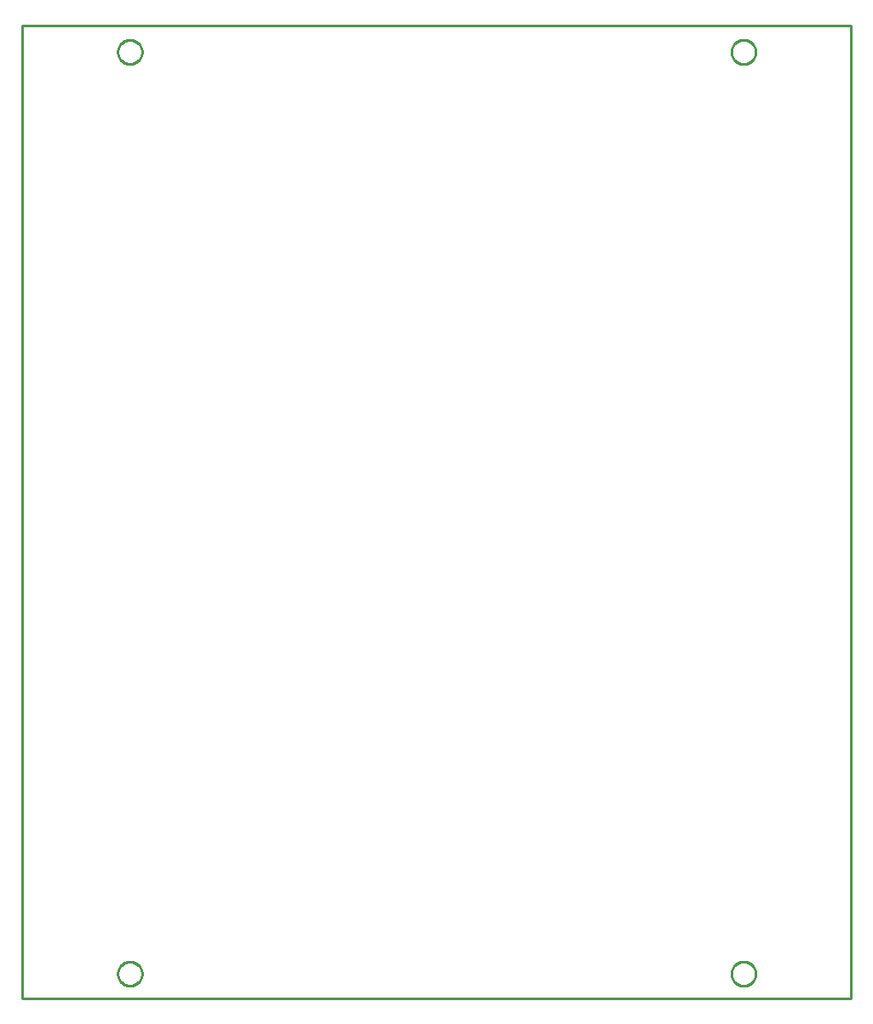
<source format=gbr>
G04 EAGLE Gerber RS-274X export*
G75*
%MOMM*%
%FSLAX34Y34*%
%LPD*%
%IN*%
%IPPOS*%
%AMOC8*
5,1,8,0,0,1.08239X$1,22.5*%
G01*
%ADD10C,0.254000*%


D10*
X0Y0D02*
X824200Y0D01*
X824200Y967000D01*
X0Y967000D01*
X0Y0D01*
X119100Y24029D02*
X119100Y24971D01*
X119026Y25912D01*
X118879Y26843D01*
X118658Y27760D01*
X118367Y28657D01*
X118006Y29528D01*
X117578Y30368D01*
X117085Y31172D01*
X116531Y31935D01*
X115919Y32652D01*
X115252Y33319D01*
X114535Y33931D01*
X113772Y34485D01*
X112968Y34978D01*
X112128Y35406D01*
X111257Y35767D01*
X110360Y36058D01*
X109443Y36279D01*
X108512Y36426D01*
X107571Y36500D01*
X106629Y36500D01*
X105688Y36426D01*
X104757Y36279D01*
X103840Y36058D01*
X102943Y35767D01*
X102072Y35406D01*
X101232Y34978D01*
X100428Y34485D01*
X99665Y33931D01*
X98948Y33319D01*
X98281Y32652D01*
X97669Y31935D01*
X97115Y31172D01*
X96622Y30368D01*
X96194Y29528D01*
X95833Y28657D01*
X95542Y27760D01*
X95322Y26843D01*
X95174Y25912D01*
X95100Y24971D01*
X95100Y24029D01*
X95174Y23088D01*
X95322Y22157D01*
X95542Y21240D01*
X95833Y20343D01*
X96194Y19472D01*
X96622Y18632D01*
X97115Y17828D01*
X97669Y17065D01*
X98281Y16348D01*
X98948Y15681D01*
X99665Y15069D01*
X100428Y14515D01*
X101232Y14022D01*
X102072Y13594D01*
X102943Y13233D01*
X103840Y12942D01*
X104757Y12722D01*
X105688Y12574D01*
X106629Y12500D01*
X107571Y12500D01*
X108512Y12574D01*
X109443Y12722D01*
X110360Y12942D01*
X111257Y13233D01*
X112128Y13594D01*
X112968Y14022D01*
X113772Y14515D01*
X114535Y15069D01*
X115252Y15681D01*
X115919Y16348D01*
X116531Y17065D01*
X117085Y17828D01*
X117578Y18632D01*
X118006Y19472D01*
X118367Y20343D01*
X118658Y21240D01*
X118879Y22157D01*
X119026Y23088D01*
X119100Y24029D01*
X729100Y24029D02*
X729100Y24971D01*
X729026Y25912D01*
X728879Y26843D01*
X728658Y27760D01*
X728367Y28657D01*
X728006Y29528D01*
X727578Y30368D01*
X727085Y31172D01*
X726531Y31935D01*
X725919Y32652D01*
X725252Y33319D01*
X724535Y33931D01*
X723772Y34485D01*
X722968Y34978D01*
X722128Y35406D01*
X721257Y35767D01*
X720360Y36058D01*
X719443Y36279D01*
X718512Y36426D01*
X717571Y36500D01*
X716629Y36500D01*
X715688Y36426D01*
X714757Y36279D01*
X713840Y36058D01*
X712943Y35767D01*
X712072Y35406D01*
X711232Y34978D01*
X710428Y34485D01*
X709665Y33931D01*
X708948Y33319D01*
X708281Y32652D01*
X707669Y31935D01*
X707115Y31172D01*
X706622Y30368D01*
X706194Y29528D01*
X705833Y28657D01*
X705542Y27760D01*
X705322Y26843D01*
X705174Y25912D01*
X705100Y24971D01*
X705100Y24029D01*
X705174Y23088D01*
X705322Y22157D01*
X705542Y21240D01*
X705833Y20343D01*
X706194Y19472D01*
X706622Y18632D01*
X707115Y17828D01*
X707669Y17065D01*
X708281Y16348D01*
X708948Y15681D01*
X709665Y15069D01*
X710428Y14515D01*
X711232Y14022D01*
X712072Y13594D01*
X712943Y13233D01*
X713840Y12942D01*
X714757Y12722D01*
X715688Y12574D01*
X716629Y12500D01*
X717571Y12500D01*
X718512Y12574D01*
X719443Y12722D01*
X720360Y12942D01*
X721257Y13233D01*
X722128Y13594D01*
X722968Y14022D01*
X723772Y14515D01*
X724535Y15069D01*
X725252Y15681D01*
X725919Y16348D01*
X726531Y17065D01*
X727085Y17828D01*
X727578Y18632D01*
X728006Y19472D01*
X728367Y20343D01*
X728658Y21240D01*
X728879Y22157D01*
X729026Y23088D01*
X729100Y24029D01*
X729100Y940029D02*
X729100Y940971D01*
X729026Y941912D01*
X728879Y942843D01*
X728658Y943760D01*
X728367Y944657D01*
X728006Y945528D01*
X727578Y946368D01*
X727085Y947172D01*
X726531Y947935D01*
X725919Y948652D01*
X725252Y949319D01*
X724535Y949931D01*
X723772Y950485D01*
X722968Y950978D01*
X722128Y951406D01*
X721257Y951767D01*
X720360Y952058D01*
X719443Y952279D01*
X718512Y952426D01*
X717571Y952500D01*
X716629Y952500D01*
X715688Y952426D01*
X714757Y952279D01*
X713840Y952058D01*
X712943Y951767D01*
X712072Y951406D01*
X711232Y950978D01*
X710428Y950485D01*
X709665Y949931D01*
X708948Y949319D01*
X708281Y948652D01*
X707669Y947935D01*
X707115Y947172D01*
X706622Y946368D01*
X706194Y945528D01*
X705833Y944657D01*
X705542Y943760D01*
X705322Y942843D01*
X705174Y941912D01*
X705100Y940971D01*
X705100Y940029D01*
X705174Y939088D01*
X705322Y938157D01*
X705542Y937240D01*
X705833Y936343D01*
X706194Y935472D01*
X706622Y934632D01*
X707115Y933828D01*
X707669Y933065D01*
X708281Y932348D01*
X708948Y931681D01*
X709665Y931069D01*
X710428Y930515D01*
X711232Y930022D01*
X712072Y929594D01*
X712943Y929233D01*
X713840Y928942D01*
X714757Y928722D01*
X715688Y928574D01*
X716629Y928500D01*
X717571Y928500D01*
X718512Y928574D01*
X719443Y928722D01*
X720360Y928942D01*
X721257Y929233D01*
X722128Y929594D01*
X722968Y930022D01*
X723772Y930515D01*
X724535Y931069D01*
X725252Y931681D01*
X725919Y932348D01*
X726531Y933065D01*
X727085Y933828D01*
X727578Y934632D01*
X728006Y935472D01*
X728367Y936343D01*
X728658Y937240D01*
X728879Y938157D01*
X729026Y939088D01*
X729100Y940029D01*
X119100Y940029D02*
X119100Y940971D01*
X119026Y941912D01*
X118879Y942843D01*
X118658Y943760D01*
X118367Y944657D01*
X118006Y945528D01*
X117578Y946368D01*
X117085Y947172D01*
X116531Y947935D01*
X115919Y948652D01*
X115252Y949319D01*
X114535Y949931D01*
X113772Y950485D01*
X112968Y950978D01*
X112128Y951406D01*
X111257Y951767D01*
X110360Y952058D01*
X109443Y952279D01*
X108512Y952426D01*
X107571Y952500D01*
X106629Y952500D01*
X105688Y952426D01*
X104757Y952279D01*
X103840Y952058D01*
X102943Y951767D01*
X102072Y951406D01*
X101232Y950978D01*
X100428Y950485D01*
X99665Y949931D01*
X98948Y949319D01*
X98281Y948652D01*
X97669Y947935D01*
X97115Y947172D01*
X96622Y946368D01*
X96194Y945528D01*
X95833Y944657D01*
X95542Y943760D01*
X95322Y942843D01*
X95174Y941912D01*
X95100Y940971D01*
X95100Y940029D01*
X95174Y939088D01*
X95322Y938157D01*
X95542Y937240D01*
X95833Y936343D01*
X96194Y935472D01*
X96622Y934632D01*
X97115Y933828D01*
X97669Y933065D01*
X98281Y932348D01*
X98948Y931681D01*
X99665Y931069D01*
X100428Y930515D01*
X101232Y930022D01*
X102072Y929594D01*
X102943Y929233D01*
X103840Y928942D01*
X104757Y928722D01*
X105688Y928574D01*
X106629Y928500D01*
X107571Y928500D01*
X108512Y928574D01*
X109443Y928722D01*
X110360Y928942D01*
X111257Y929233D01*
X112128Y929594D01*
X112968Y930022D01*
X113772Y930515D01*
X114535Y931069D01*
X115252Y931681D01*
X115919Y932348D01*
X116531Y933065D01*
X117085Y933828D01*
X117578Y934632D01*
X118006Y935472D01*
X118367Y936343D01*
X118658Y937240D01*
X118879Y938157D01*
X119026Y939088D01*
X119100Y940029D01*
X119100Y940029D02*
X119026Y939088D01*
X118879Y938157D01*
X118658Y937240D01*
X118367Y936343D01*
X118006Y935472D01*
X117578Y934632D01*
X117085Y933828D01*
X116531Y933065D01*
X115919Y932348D01*
X115252Y931681D01*
X114535Y931069D01*
X113772Y930515D01*
X112968Y930022D01*
X112128Y929594D01*
X111257Y929233D01*
X110360Y928942D01*
X109443Y928722D01*
X108512Y928574D01*
X107571Y928500D01*
X106629Y928500D01*
X105688Y928574D01*
X104757Y928722D01*
X103840Y928942D01*
X102943Y929233D01*
X102072Y929594D01*
X101232Y930022D01*
X100428Y930515D01*
X99665Y931069D01*
X98948Y931681D01*
X98281Y932348D01*
X97669Y933065D01*
X97115Y933828D01*
X96622Y934632D01*
X96194Y935472D01*
X95833Y936343D01*
X95542Y937240D01*
X95322Y938157D01*
X95174Y939088D01*
X95100Y940029D01*
X95100Y940971D01*
X95174Y941912D01*
X95322Y942843D01*
X95542Y943760D01*
X95833Y944657D01*
X96194Y945528D01*
X96622Y946368D01*
X97115Y947172D01*
X97669Y947935D01*
X98281Y948652D01*
X98948Y949319D01*
X99665Y949931D01*
X100428Y950485D01*
X101232Y950978D01*
X102072Y951406D01*
X102943Y951767D01*
X103840Y952058D01*
X104757Y952279D01*
X105688Y952426D01*
X106629Y952500D01*
X107571Y952500D01*
X108512Y952426D01*
X109443Y952279D01*
X110360Y952058D01*
X111257Y951767D01*
X112128Y951406D01*
X112968Y950978D01*
X113772Y950485D01*
X114535Y949931D01*
X115252Y949319D01*
X115919Y948652D01*
X116531Y947935D01*
X117085Y947172D01*
X117578Y946368D01*
X118006Y945528D01*
X118367Y944657D01*
X118658Y943760D01*
X118879Y942843D01*
X119026Y941912D01*
X119100Y940971D01*
X119100Y940029D01*
X729100Y940029D02*
X729026Y939088D01*
X728879Y938157D01*
X728658Y937240D01*
X728367Y936343D01*
X728006Y935472D01*
X727578Y934632D01*
X727085Y933828D01*
X726531Y933065D01*
X725919Y932348D01*
X725252Y931681D01*
X724535Y931069D01*
X723772Y930515D01*
X722968Y930022D01*
X722128Y929594D01*
X721257Y929233D01*
X720360Y928942D01*
X719443Y928722D01*
X718512Y928574D01*
X717571Y928500D01*
X716629Y928500D01*
X715688Y928574D01*
X714757Y928722D01*
X713840Y928942D01*
X712943Y929233D01*
X712072Y929594D01*
X711232Y930022D01*
X710428Y930515D01*
X709665Y931069D01*
X708948Y931681D01*
X708281Y932348D01*
X707669Y933065D01*
X707115Y933828D01*
X706622Y934632D01*
X706194Y935472D01*
X705833Y936343D01*
X705542Y937240D01*
X705322Y938157D01*
X705174Y939088D01*
X705100Y940029D01*
X705100Y940971D01*
X705174Y941912D01*
X705322Y942843D01*
X705542Y943760D01*
X705833Y944657D01*
X706194Y945528D01*
X706622Y946368D01*
X707115Y947172D01*
X707669Y947935D01*
X708281Y948652D01*
X708948Y949319D01*
X709665Y949931D01*
X710428Y950485D01*
X711232Y950978D01*
X712072Y951406D01*
X712943Y951767D01*
X713840Y952058D01*
X714757Y952279D01*
X715688Y952426D01*
X716629Y952500D01*
X717571Y952500D01*
X718512Y952426D01*
X719443Y952279D01*
X720360Y952058D01*
X721257Y951767D01*
X722128Y951406D01*
X722968Y950978D01*
X723772Y950485D01*
X724535Y949931D01*
X725252Y949319D01*
X725919Y948652D01*
X726531Y947935D01*
X727085Y947172D01*
X727578Y946368D01*
X728006Y945528D01*
X728367Y944657D01*
X728658Y943760D01*
X728879Y942843D01*
X729026Y941912D01*
X729100Y940971D01*
X729100Y940029D01*
X119100Y24029D02*
X119026Y23088D01*
X118879Y22157D01*
X118658Y21240D01*
X118367Y20343D01*
X118006Y19472D01*
X117578Y18632D01*
X117085Y17828D01*
X116531Y17065D01*
X115919Y16348D01*
X115252Y15681D01*
X114535Y15069D01*
X113772Y14515D01*
X112968Y14022D01*
X112128Y13594D01*
X111257Y13233D01*
X110360Y12942D01*
X109443Y12722D01*
X108512Y12574D01*
X107571Y12500D01*
X106629Y12500D01*
X105688Y12574D01*
X104757Y12722D01*
X103840Y12942D01*
X102943Y13233D01*
X102072Y13594D01*
X101232Y14022D01*
X100428Y14515D01*
X99665Y15069D01*
X98948Y15681D01*
X98281Y16348D01*
X97669Y17065D01*
X97115Y17828D01*
X96622Y18632D01*
X96194Y19472D01*
X95833Y20343D01*
X95542Y21240D01*
X95322Y22157D01*
X95174Y23088D01*
X95100Y24029D01*
X95100Y24971D01*
X95174Y25912D01*
X95322Y26843D01*
X95542Y27760D01*
X95833Y28657D01*
X96194Y29528D01*
X96622Y30368D01*
X97115Y31172D01*
X97669Y31935D01*
X98281Y32652D01*
X98948Y33319D01*
X99665Y33931D01*
X100428Y34485D01*
X101232Y34978D01*
X102072Y35406D01*
X102943Y35767D01*
X103840Y36058D01*
X104757Y36279D01*
X105688Y36426D01*
X106629Y36500D01*
X107571Y36500D01*
X108512Y36426D01*
X109443Y36279D01*
X110360Y36058D01*
X111257Y35767D01*
X112128Y35406D01*
X112968Y34978D01*
X113772Y34485D01*
X114535Y33931D01*
X115252Y33319D01*
X115919Y32652D01*
X116531Y31935D01*
X117085Y31172D01*
X117578Y30368D01*
X118006Y29528D01*
X118367Y28657D01*
X118658Y27760D01*
X118879Y26843D01*
X119026Y25912D01*
X119100Y24971D01*
X119100Y24029D01*
X729100Y24029D02*
X729026Y23088D01*
X728879Y22157D01*
X728658Y21240D01*
X728367Y20343D01*
X728006Y19472D01*
X727578Y18632D01*
X727085Y17828D01*
X726531Y17065D01*
X725919Y16348D01*
X725252Y15681D01*
X724535Y15069D01*
X723772Y14515D01*
X722968Y14022D01*
X722128Y13594D01*
X721257Y13233D01*
X720360Y12942D01*
X719443Y12722D01*
X718512Y12574D01*
X717571Y12500D01*
X716629Y12500D01*
X715688Y12574D01*
X714757Y12722D01*
X713840Y12942D01*
X712943Y13233D01*
X712072Y13594D01*
X711232Y14022D01*
X710428Y14515D01*
X709665Y15069D01*
X708948Y15681D01*
X708281Y16348D01*
X707669Y17065D01*
X707115Y17828D01*
X706622Y18632D01*
X706194Y19472D01*
X705833Y20343D01*
X705542Y21240D01*
X705322Y22157D01*
X705174Y23088D01*
X705100Y24029D01*
X705100Y24971D01*
X705174Y25912D01*
X705322Y26843D01*
X705542Y27760D01*
X705833Y28657D01*
X706194Y29528D01*
X706622Y30368D01*
X707115Y31172D01*
X707669Y31935D01*
X708281Y32652D01*
X708948Y33319D01*
X709665Y33931D01*
X710428Y34485D01*
X711232Y34978D01*
X712072Y35406D01*
X712943Y35767D01*
X713840Y36058D01*
X714757Y36279D01*
X715688Y36426D01*
X716629Y36500D01*
X717571Y36500D01*
X718512Y36426D01*
X719443Y36279D01*
X720360Y36058D01*
X721257Y35767D01*
X722128Y35406D01*
X722968Y34978D01*
X723772Y34485D01*
X724535Y33931D01*
X725252Y33319D01*
X725919Y32652D01*
X726531Y31935D01*
X727085Y31172D01*
X727578Y30368D01*
X728006Y29528D01*
X728367Y28657D01*
X728658Y27760D01*
X728879Y26843D01*
X729026Y25912D01*
X729100Y24971D01*
X729100Y24029D01*
M02*

</source>
